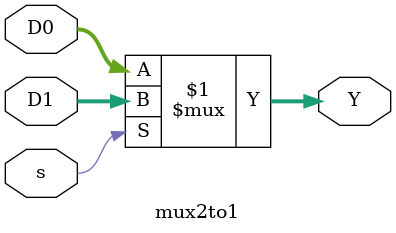
<source format=sv>
/*
- Created by Alexander Wise
- Student ID: 002907473
*/

module mux2to1 #(parameter n = 32) (
        input [n-1:0] D0, D1,
        input s,
        output logic [n-1:0] Y);

    assign Y = s ? D1:D0;
    
endmodule
</source>
